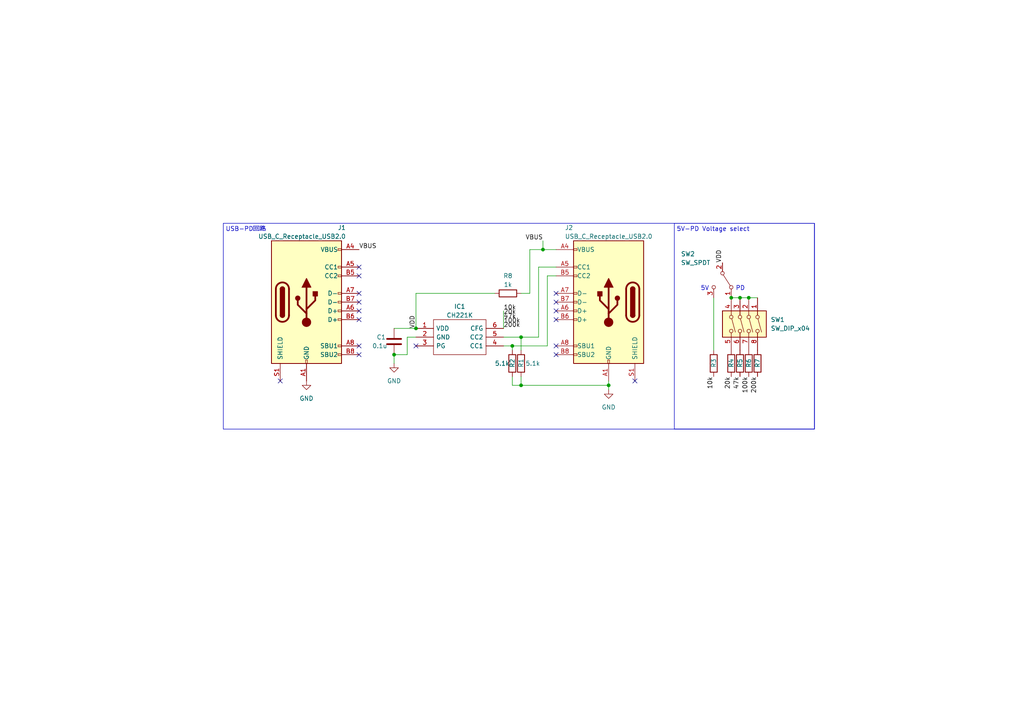
<source format=kicad_sch>
(kicad_sch (version 20231120) (generator "eeschema") (generator_version "8.0")
  (paper "A4")
  (lib_symbols
    (symbol "Connector:USB_C_Receptacle_USB2.0" (pin_names (offset 1.016))
      (property "Reference" "J" (at -10.16 19.05 0))
      (property "Value" "USB_C_Receptacle_USB2.0" (at 19.05 19.05 0))
      (symbol "USB_C_Receptacle_USB2.0_0_0"
        (rectangle (start -0.254 -17.78) (end 0.254 -16.764))
        (rectangle (start 10.16 -14.986) (end 9.144 -15.494))
        (rectangle (start 10.16 -12.446) (end 9.144 -12.954))
        (rectangle (start 10.16 -4.826) (end 9.144 -5.334))
        (rectangle (start 10.16 -2.286) (end 9.144 -2.794))
        (rectangle (start 10.16 0.254) (end 9.144 -0.254))
        (rectangle (start 10.16 2.794) (end 9.144 2.286))
        (rectangle (start 10.16 7.874) (end 9.144 7.366))
        (rectangle (start 10.16 10.414) (end 9.144 9.906))
        (rectangle (start 10.16 15.494) (end 9.144 14.986))
      )
      (symbol "USB_C_Receptacle_USB2.0_0_1"
        (rectangle (start -10.16 17.78) (end 10.16 -17.78) (stroke (width 0.254)) (fill (type background)))
        (arc (start -8.89 -3.81) (mid -6.985 -5.7067) (end -5.08 -3.81) (stroke (width 0.508)))
        (arc (start -7.62 -3.81) (mid -6.985 -4.4423) (end -6.35 -3.81) (stroke (width 0.254)))
        (arc (start -7.62 -3.81) (mid -6.985 -4.4423) (end -6.35 -3.81) (stroke (width 0.254)) (fill (type outline)))
        (rectangle (start -7.62 -3.81) (end -6.35 3.81) (stroke (width 0.254)) (fill (type outline)))
        (arc (start -6.35 3.81) (mid -6.985 4.4423) (end -7.62 3.81) (stroke (width 0.254)))
        (arc (start -6.35 3.81) (mid -6.985 4.4423) (end -7.62 3.81) (stroke (width 0.254)) (fill (type outline)))
        (arc (start -5.08 3.81) (mid -6.985 5.7067) (end -8.89 3.81) (stroke (width 0.508)))
        (circle (center -2.54 1.143) (radius 0.635) (stroke (width 0.254)) (fill (type outline)))
        (circle (center 0 -5.842) (radius 1.27) (fill (type outline)))
        (polyline (pts (xy -8.89 -3.81) (xy -8.89 3.81)) (stroke (width 0.508)))
        (polyline (pts (xy -5.08 3.81) (xy -5.08 -3.81)) (stroke (width 0.508)))
        (polyline (pts (xy 0 -5.842) (xy 0 4.318)) (stroke (width 0.508)))
        (polyline (pts (xy 0 -3.302) (xy -2.54 -0.762) (xy -2.54 0.508)) (stroke (width 0.508)))
        (polyline (pts (xy 0 -2.032) (xy 2.54 0.508) (xy 2.54 1.778)) (stroke (width 0.508)))
        (polyline (pts (xy -1.27 4.318) (xy 0 6.858) (xy 1.27 4.318) (xy -1.27 4.318)) (stroke (width 0.254)) (fill (type outline)))
        (rectangle (start 1.905 1.778) (end 3.175 3.048) (stroke (width 0.254)) (fill (type outline)))
      )
      (symbol "USB_C_Receptacle_USB2.0_1_1"
        (pin passive line (at 0 -22.86 90) (length 5.08) (name "GND") (number "A1"))
        (pin passive line (at 0 -22.86 90) (length 5.08) hide (name "GND") (number "A12"))
        (pin passive line (at 15.24 15.24 180) (length 5.08) (name "VBUS") (number "A4"))
        (pin bidirectional line (at 15.24 10.16 180) (length 5.08) (name "CC1") (number "A5"))
        (pin bidirectional line (at 15.24 -2.54 180) (length 5.08) (name "D+") (number "A6"))
        (pin bidirectional line (at 15.24 2.54 180) (length 5.08) (name "D-") (number "A7"))
        (pin bidirectional line (at 15.24 -12.7 180) (length 5.08) (name "SBU1") (number "A8"))
        (pin passive line (at 15.24 15.24 180) (length 5.08) hide (name "VBUS") (number "A9"))
        (pin passive line (at 0 -22.86 90) (length 5.08) hide (name "GND") (number "B1"))
        (pin passive line (at 0 -22.86 90) (length 5.08) hide (name "GND") (number "B12"))
        (pin passive line (at 15.24 15.24 180) (length 5.08) hide (name "VBUS") (number "B4"))
        (pin bidirectional line (at 15.24 7.62 180) (length 5.08) (name "CC2") (number "B5"))
        (pin bidirectional line (at 15.24 -5.08 180) (length 5.08) (name "D+") (number "B6"))
        (pin bidirectional line (at 15.24 0 180) (length 5.08) (name "D-") (number "B7"))
        (pin bidirectional line (at 15.24 -15.24 180) (length 5.08) (name "SBU2") (number "B8"))
        (pin passive line (at 15.24 15.24 180) (length 5.08) hide (name "VBUS") (number "B9"))
        (pin passive line (at -7.62 -22.86 90) (length 5.08) (name "SHIELD") (number "S1"))
      )
    )
    (symbol "Device:C" (pin_numbers hide) (pin_names (offset 0.254))
      (property "Reference" "C" (at 0.635 2.54 0))
      (property "Value" "C" (at 0.635 -2.54 0))
      (symbol "C_0_1"
        (polyline (pts (xy -2.032 -0.762) (xy 2.032 -0.762)) (stroke (width 0.508)))
        (polyline (pts (xy -2.032 0.762) (xy 2.032 0.762)) (stroke (width 0.508)))
      )
      (symbol "C_1_1"
        (pin passive line (at 0 3.81 270) (length 2.794) (name "~") (number "1"))
        (pin passive line (at 0 -3.81 90) (length 2.794) (name "~") (number "2"))
      )
    )
    (symbol "Device:R" (pin_numbers hide) (pin_names (offset 0))
      (property "Reference" "R" (at 2.032 0 90))
      (property "Value" "R" (at 0 0 90))
      (symbol "R_0_1"
        (rectangle (start -1.016 -2.54) (end 1.016 2.54) (stroke (width 0.254)))
      )
      (symbol "R_1_1"
        (pin passive line (at 0 3.81 270) (length 1.27) (name "~") (number "1"))
        (pin passive line (at 0 -3.81 90) (length 1.27) (name "~") (number "2"))
      )
    )
    (symbol "SamacSys_Parts:CH221K" (pin_names (offset 0.762))
      (property "Reference" "IC" (at 21.59 7.62 0))
      (property "Value" "CH221K" (at 21.59 5.08 0))
      (symbol "CH221K_0_0"
        (pin passive line (at 0 0 0) (length 5.08) (name "VDD") (number "1"))
        (pin passive line (at 0 -2.54 0) (length 5.08) (name "GND") (number "2"))
        (pin passive line (at 0 -5.08 0) (length 5.08) (name "PG") (number "3"))
        (pin passive line (at 25.4 -5.08 180) (length 5.08) (name "CC1") (number "4"))
        (pin passive line (at 25.4 -2.54 180) (length 5.08) (name "CC2") (number "5"))
        (pin passive line (at 25.4 0 180) (length 5.08) (name "CFG") (number "6"))
      )
      (symbol "CH221K_0_1"
        (polyline (pts (xy 5.08 2.54) (xy 20.32 2.54) (xy 20.32 -7.62) (xy 5.08 -7.62) (xy 5.08 2.54)) (stroke (width 0.1524)))
      )
    )
    (symbol "Switch:SW_DIP_x04" (pin_names (offset 0) hide)
      (property "Reference" "SW" (at 0 8.89 0))
      (property "Value" "SW_DIP_x04" (at 0 -6.35 0))
      (symbol "SW_DIP_x04_0_0"
        (circle (center -2.032 -2.54) (radius 0.508))
        (circle (center -2.032 0) (radius 0.508))
        (circle (center -2.032 2.54) (radius 0.508))
        (circle (center -2.032 5.08) (radius 0.508))
        (polyline (pts (xy -1.524 -2.3876) (xy 2.3622 -1.3462)))
        (polyline (pts (xy -1.524 0.127) (xy 2.3622 1.1684)))
        (polyline (pts (xy -1.524 2.667) (xy 2.3622 3.7084)))
        (polyline (pts (xy -1.524 5.207) (xy 2.3622 6.2484)))
        (circle (center 2.032 -2.54) (radius 0.508))
        (circle (center 2.032 0) (radius 0.508))
        (circle (center 2.032 2.54) (radius 0.508))
        (circle (center 2.032 5.08) (radius 0.508))
      )
      (symbol "SW_DIP_x04_0_1"
        (rectangle (start -3.81 7.62) (end 3.81 -5.08) (stroke (width 0.254)) (fill (type background)))
      )
      (symbol "SW_DIP_x04_1_1"
        (pin passive line (at -7.62 5.08 0) (length 5.08) (name "~") (number "1"))
        (pin passive line (at -7.62 2.54 0) (length 5.08) (name "~") (number "2"))
        (pin passive line (at -7.62 0 0) (length 5.08) (name "~") (number "3"))
        (pin passive line (at -7.62 -2.54 0) (length 5.08) (name "~") (number "4"))
        (pin passive line (at 7.62 -2.54 180) (length 5.08) (name "~") (number "5"))
        (pin passive line (at 7.62 0 180) (length 5.08) (name "~") (number "6"))
        (pin passive line (at 7.62 2.54 180) (length 5.08) (name "~") (number "7"))
        (pin passive line (at 7.62 5.08 180) (length 5.08) (name "~") (number "8"))
      )
    )
    (symbol "Switch:SW_SPDT" (pin_names (offset 0) hide)
      (property "Reference" "SW" (at 0 4.318 0))
      (property "Value" "SW_SPDT" (at 0 -5.08 0))
      (symbol "SW_SPDT_0_0"
        (circle (center -2.032 0) (radius 0.508))
        (circle (center 2.032 -2.54) (radius 0.508))
      )
      (symbol "SW_SPDT_0_1"
        (polyline (pts (xy -1.524 0.254) (xy 1.651 2.286)))
        (circle (center 2.032 2.54) (radius 0.508))
      )
      (symbol "SW_SPDT_1_1"
        (pin passive line (at 5.08 2.54 180) (length 2.54) (name "A") (number "1"))
        (pin passive line (at -5.08 0 0) (length 2.54) (name "B") (number "2"))
        (pin passive line (at 5.08 -2.54 180) (length 2.54) (name "C") (number "3"))
      )
    )
    (symbol "power:GND" (power) (pin_names (offset 0))
      (property "Value" "GND" (at 0 -3.81 0))
      (symbol "GND_0_1"
        (polyline (pts (xy 0 0) (xy 0 -1.27) (xy 1.27 -1.27) (xy 0 -2.54) (xy -1.27 -1.27) (xy 0 -1.27)))
      )
      (symbol "GND_1_1"
        (pin power_in line (at 0 0 270) (length 0) hide (name "GND") (number "1"))
      )
    )
  )
  (junction (at 214.63 86.36))
  (junction (at 120.65 95.25))
  (junction (at 151.13 111.76))
  (junction (at 157.48 72.39))
  (junction (at 114.3 102.87))
  (junction (at 217.17 86.36))
  (junction (at 176.53 111.76))
  (junction (at 151.13 97.79))
  (junction (at 212.09 86.36))
  (junction (at 148.59 100.33))
  (no_connect (at 104.14 90.17))
  (no_connect (at 81.28 110.49))
  (no_connect (at 104.14 102.87))
  (no_connect (at 161.29 90.17))
  (no_connect (at 184.15 110.49))
  (no_connect (at 161.29 87.63))
  (no_connect (at 104.14 87.63))
  (no_connect (at 104.14 85.09))
  (no_connect (at 161.29 102.87))
  (no_connect (at 161.29 92.71))
  (no_connect (at 161.29 85.09))
  (no_connect (at 104.14 100.33))
  (no_connect (at 104.14 77.47))
  (no_connect (at 104.14 80.01))
  (no_connect (at 161.29 100.33))
  (no_connect (at 104.14 92.71))
  (no_connect (at 120.65 100.33))
  (wire (pts (xy 148.59 111.76) (xy 151.13 111.76)))
  (wire (pts (xy 156.21 77.47) (xy 161.29 77.47)))
  (wire (pts (xy 146.05 100.33) (xy 148.59 100.33)))
  (wire (pts (xy 120.65 95.25) (xy 120.65 85.09)))
  (wire (pts (xy 158.75 80.01) (xy 161.29 80.01)))
  (wire (pts (xy 153.67 72.39) (xy 157.48 72.39)))
  (wire (pts (xy 157.48 72.39) (xy 161.29 72.39)))
  (wire (pts (xy 146.05 90.17) (xy 146.05 95.25)))
  (wire (pts (xy 148.59 109.22) (xy 148.59 111.76)))
  (wire (pts (xy 148.59 100.33) (xy 158.75 100.33)))
  (wire (pts (xy 151.13 97.79) (xy 151.13 101.6)))
  (wire (pts (xy 151.13 111.76) (xy 176.53 111.76)))
  (wire (pts (xy 156.21 77.47) (xy 156.21 97.79)))
  (wire (pts (xy 207.01 86.36) (xy 207.01 101.6)))
  (wire (pts (xy 156.21 97.79) (xy 151.13 97.79)))
  (wire (pts (xy 148.59 100.33) (xy 148.59 101.6)))
  (wire (pts (xy 120.65 97.79) (xy 118.11 97.79)))
  (wire (pts (xy 176.53 110.49) (xy 176.53 111.76)))
  (wire (pts (xy 120.65 85.09) (xy 143.51 85.09)))
  (wire (pts (xy 153.67 85.09) (xy 151.13 85.09)))
  (wire (pts (xy 176.53 111.76) (xy 176.53 113.03)))
  (wire (pts (xy 217.17 86.36) (xy 219.71 86.36)))
  (wire (pts (xy 158.75 100.33) (xy 158.75 80.01)))
  (wire (pts (xy 212.09 86.36) (xy 214.63 86.36)))
  (wire (pts (xy 114.3 102.87) (xy 114.3 105.41)))
  (wire (pts (xy 118.11 102.87) (xy 114.3 102.87)))
  (wire (pts (xy 214.63 86.36) (xy 217.17 86.36)))
  (wire (pts (xy 153.67 72.39) (xy 153.67 85.09)))
  (wire (pts (xy 151.13 109.22) (xy 151.13 111.76)))
  (wire (pts (xy 157.48 69.85) (xy 157.48 72.39)))
  (wire (pts (xy 146.05 97.79) (xy 151.13 97.79)))
  (wire (pts (xy 118.11 97.79) (xy 118.11 102.87)))
  (wire (pts (xy 114.3 95.25) (xy 120.65 95.25)))
  (rectangle (start 195.58 64.77) (end 236.22 124.46))
  (rectangle (start 64.77 64.77) (end 236.22 124.46))
  (text "5V-PD Voltage select" (at 196.215 67.31 0) (effects (font (size 1.27 1.27)) (justify left bottom)))
  (text "5V" (at 203.2 84.455 0) (effects (font (size 1.27 1.27)) (justify left bottom)))
  (text "USB-PD回路" (at 65.405 67.31 0) (effects (font (size 1.27 1.27)) (justify left bottom)))
  (text "PD" (at 213.36 84.455 0) (effects (font (size 1.27 1.27)) (justify left bottom)))
  (label "VBUS" (at 104.14 72.39 0))
  (label "200k" (at 146.05 95.25 0))
  (label "20k" (at 212.09 109.22 270))
  (label "10k" (at 146.05 90.17 0))
  (label "47k" (at 214.63 109.22 270))
  (label "100k" (at 146.05 93.98 0))
  (label "10k" (at 207.01 109.22 270))
  (label "VBUS" (at 157.48 69.85 180))
  (label "VDD" (at 209.55 76.2 90))
  (label "100k" (at 217.17 109.22 270))
  (label "VDD" (at 120.65 95.25 90))
  (label "47k" (at 146.05 92.71 0))
  (label "200k" (at 219.71 109.22 270))
  (label "20k" (at 146.05 91.44 0))
  (symbol (lib_id "Device:R") (at 212.09 105.41 0) (unit 1)
    (property "Reference" "R4" (at 212.09 106.68 90) (effects (justify left)))
    (property "Value" "20k" (effects (hide yes)))
    (property "Footprint" "Resistor_THT:R_Axial_DIN0207_L6.3mm_D2.5mm_P10.16mm_Horizontal" (effects (hide yes)))
  )
  (symbol (lib_id "Switch:SW_SPDT") (at 209.55 81.28 270) (unit 1)
    (property "Reference" "SW2" (at 197.485 73.66 90) (effects (justify left)))
    (property "Value" "SW_SPDT" (at 197.485 76.2 90) (effects (justify left)))
    (property "Footprint" "samasys:SS12D00G3" (effects (hide yes)))
  )
  (symbol (lib_id "power:GND") (at 88.9 110.49 0) (unit 1)
    (property "Reference" "#PWR02" (effects (hide yes)))
    (property "Value" "GND" (at 88.9 115.57 0))
  )
  (symbol (lib_id "Connector:USB_C_Receptacle_USB2.0") (at 88.9 87.63 0) (unit 1)
    (property "Reference" "J1" (at 100.33 66.04 0) (effects (justify right)))
    (property "Value" "USB_C_Receptacle_USB2.0" (at 100.33 68.58 0) (effects (justify right)))
    (property "Footprint" "Connector_USB:USB_C_Receptacle_HRO_TYPE-C-31-M-12" (effects (hide yes)))
    (property "Datasheet" "https://www.usb.org/sites/default/files/documents/usb_type-c.zip" (effects (hide yes)))
  )
  (symbol (lib_id "SamacSys_Parts:CH221K") (at 120.65 95.25 0) (unit 1)
    (property "Reference" "IC1" (at 133.35 88.9 0))
    (property "Value" "CH221K" (at 133.35 91.44 0))
    (property "Footprint" "samasys:SOT95P280X120-6N" (effects (hide yes)))
    (property "Datasheet" "https://akizukidenshi.com/download/ds/wch/CH224.pdf" (effects (hide yes)))
    (property "Description" "USB PD and Other Fast Charging Protocol Sink Controller CH224" (effects (hide yes)))
    (property "Height" "1.2" (effects (hide yes)))
    (property "Manufacturer_Name" "WCH" (effects (hide yes)))
    (property "Manufacturer_Part_Number" "CH221K" (effects (hide yes)))
  )
  (symbol (lib_id "Device:C") (at 114.3 99.06 0) (unit 1)
    (property "Reference" "C1" (at 109.22 97.79 0) (effects (justify left)))
    (property "Value" "0.1u" (at 107.95 100.33 0) (effects (justify left)))
    (property "Footprint" "Capacitor_THT:C_Disc_D4.3mm_W1.9mm_P5.00mm" (effects (hide yes)))
  )
  (symbol (lib_id "Device:R") (at 151.13 105.41 0) (unit 1)
    (property "Reference" "R1" (at 151.13 106.68 90) (effects (justify left)))
    (property "Value" "5.1k" (at 152.4 105.41 0) (effects (justify left)))
    (property "Footprint" "Resistor_THT:R_Axial_DIN0207_L6.3mm_D2.5mm_P10.16mm_Horizontal" (effects (hide yes)))
  )
  (symbol (lib_id "Connector:USB_C_Receptacle_USB2.0") (at 176.53 87.63 0) (mirror y) (unit 1)
    (property "Reference" "J2" (at 163.83 66.04 0) (effects (justify right)))
    (property "Value" "USB_C_Receptacle_USB2.0" (at 163.83 68.58 0) (effects (justify right)))
    (property "Footprint" "Connector_USB:USB_C_Receptacle_HRO_TYPE-C-31-M-12" (effects (hide yes)))
    (property "Datasheet" "https://www.usb.org/sites/default/files/documents/usb_type-c.zip" (effects (hide yes)))
  )
  (symbol (lib_id "Device:R") (at 219.71 105.41 0) (unit 1)
    (property "Reference" "R7" (at 219.71 106.68 90) (effects (justify left)))
    (property "Value" "200k" (effects (hide yes)))
    (property "Footprint" "Resistor_THT:R_Axial_DIN0207_L6.3mm_D2.5mm_P10.16mm_Horizontal" (effects (hide yes)))
  )
  (symbol (lib_id "Device:R") (at 217.17 105.41 0) (unit 1)
    (property "Reference" "R6" (at 217.17 106.68 90) (effects (justify left)))
    (property "Value" "100k" (effects (hide yes)))
    (property "Footprint" "Resistor_THT:R_Axial_DIN0207_L6.3mm_D2.5mm_P10.16mm_Horizontal" (effects (hide yes)))
  )
  (symbol (lib_id "Switch:SW_DIP_x04") (at 214.63 93.98 270) (unit 1)
    (property "Reference" "SW1" (at 223.52 92.71 90) (effects (justify left)))
    (property "Value" "SW_DIP_x04" (at 223.52 95.25 90) (effects (justify left)))
    (property "Footprint" "Button_Switch_THT:SW_DIP_SPSTx04_Slide_9.78x12.34mm_W7.62mm_P2.54mm" (effects (hide yes)))
  )
  (symbol (lib_id "power:GND") (at 176.53 113.03 0) (unit 1)
    (property "Reference" "#PWR01" (effects (hide yes)))
    (property "Value" "GND" (at 176.53 118.11 0))
  )
  (symbol (lib_id "Device:R") (at 147.32 85.09 90) (unit 1)
    (property "Reference" "R8" (at 147.32 80.01 90))
    (property "Value" "1k" (at 147.32 82.55 90))
    (property "Footprint" "Resistor_THT:R_Axial_DIN0207_L6.3mm_D2.5mm_P10.16mm_Horizontal" (effects (hide yes)))
  )
  (symbol (lib_id "Device:R") (at 214.63 105.41 0) (unit 1)
    (property "Reference" "R5" (at 214.63 106.68 90) (effects (justify left)))
    (property "Value" "47k" (effects (hide yes)))
    (property "Footprint" "Resistor_THT:R_Axial_DIN0207_L6.3mm_D2.5mm_P10.16mm_Horizontal" (effects (hide yes)))
  )
  (symbol (lib_id "power:GND") (at 114.3 105.41 0) (unit 1)
    (property "Reference" "#PWR03" (effects (hide yes)))
    (property "Value" "GND" (at 114.3 110.49 0))
  )
  (symbol (lib_id "Device:R") (at 207.01 105.41 0) (unit 1)
    (property "Reference" "R3" (at 207.01 106.68 90) (effects (justify left)))
    (property "Value" "10k" (effects (hide yes)))
    (property "Footprint" "Resistor_THT:R_Axial_DIN0207_L6.3mm_D2.5mm_P10.16mm_Horizontal" (effects (hide yes)))
  )
  (symbol (lib_id "Device:R") (at 148.59 105.41 0) (unit 1)
    (property "Reference" "R2" (at 148.59 106.68 90) (effects (justify left)))
    (property "Value" "5.1k" (at 143.51 105.41 0) (effects (justify left)))
    (property "Footprint" "Resistor_THT:R_Axial_DIN0207_L6.3mm_D2.5mm_P10.16mm_Horizontal" (effects (hide yes)))
  )
)
</source>
